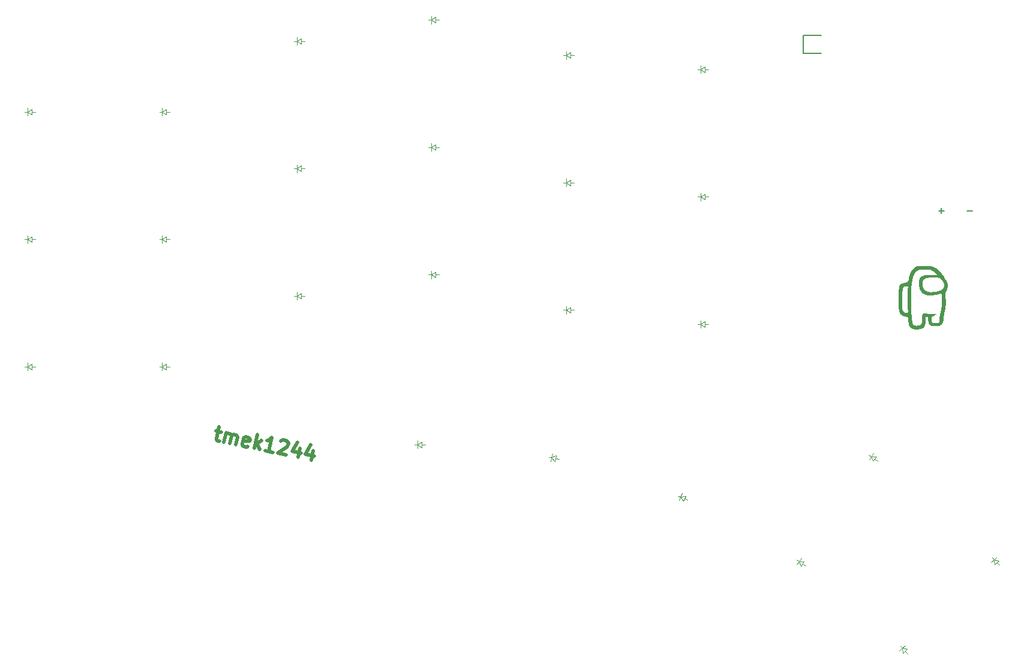
<source format=gbr>
%TF.GenerationSoftware,KiCad,Pcbnew,7.0.2-6a45011f42~172~ubuntu22.04.1*%
%TF.CreationDate,2023-05-10T23:38:50+02:00*%
%TF.ProjectId,keyboard,6b657962-6f61-4726-942e-6b696361645f,v1.0.0*%
%TF.SameCoordinates,Original*%
%TF.FileFunction,Legend,Top*%
%TF.FilePolarity,Positive*%
%FSLAX46Y46*%
G04 Gerber Fmt 4.6, Leading zero omitted, Abs format (unit mm)*
G04 Created by KiCad (PCBNEW 7.0.2-6a45011f42~172~ubuntu22.04.1) date 2023-05-10 23:38:50*
%MOMM*%
%LPD*%
G01*
G04 APERTURE LIST*
%ADD10C,0.200000*%
%ADD11C,0.000000*%
%ADD12C,0.500000*%
%ADD13C,0.150000*%
%ADD14C,0.100000*%
G04 APERTURE END LIST*
D10*
X232238095Y-82996666D02*
X233000000Y-82996666D01*
X228238095Y-82996666D02*
X229000000Y-82996666D01*
X228619047Y-83377619D02*
X228619047Y-82615714D01*
D11*
G36*
X226511762Y-90763132D02*
G01*
X226800384Y-90769169D01*
X227015738Y-90778800D01*
X227091646Y-90784829D01*
X227144086Y-90791597D01*
X227229136Y-90809044D01*
X227315270Y-90831294D01*
X227402075Y-90858108D01*
X227489139Y-90889251D01*
X227576048Y-90924485D01*
X227662390Y-90963574D01*
X227747752Y-91006280D01*
X227831721Y-91052368D01*
X227913884Y-91101599D01*
X227993828Y-91153738D01*
X228071142Y-91208547D01*
X228145411Y-91265790D01*
X228216223Y-91325229D01*
X228283166Y-91386628D01*
X228345826Y-91449750D01*
X228403790Y-91514358D01*
X228521959Y-91662032D01*
X228666969Y-91856288D01*
X228826908Y-92079679D01*
X228989868Y-92314757D01*
X229143937Y-92544076D01*
X229277204Y-92750189D01*
X229377760Y-92915648D01*
X229412049Y-92977681D01*
X229433694Y-93023007D01*
X229460967Y-93097023D01*
X229483246Y-93173308D01*
X229500559Y-93251623D01*
X229512931Y-93331729D01*
X229520389Y-93413388D01*
X229522960Y-93496360D01*
X229520671Y-93580406D01*
X229513549Y-93665289D01*
X229501620Y-93750770D01*
X229484910Y-93836608D01*
X229463447Y-93922567D01*
X229437258Y-94008407D01*
X229406368Y-94093889D01*
X229370805Y-94178774D01*
X229330595Y-94262824D01*
X229285765Y-94345801D01*
X229259561Y-94392091D01*
X229236570Y-94434137D01*
X229216684Y-94472687D01*
X229199794Y-94508490D01*
X229185790Y-94542295D01*
X229174563Y-94574850D01*
X229169958Y-94590893D01*
X229166006Y-94606904D01*
X229162694Y-94622977D01*
X229160008Y-94639205D01*
X229157935Y-94655682D01*
X229156462Y-94672502D01*
X229155257Y-94707544D01*
X229156285Y-94745078D01*
X229159438Y-94785854D01*
X229164606Y-94830621D01*
X229171680Y-94880126D01*
X229180552Y-94935119D01*
X229191112Y-94996347D01*
X229202588Y-95068311D01*
X229212865Y-95146518D01*
X229229758Y-95318467D01*
X229241657Y-95505798D01*
X229248429Y-95702117D01*
X229249940Y-95901028D01*
X229246056Y-96096136D01*
X229236642Y-96281046D01*
X229221564Y-96449362D01*
X229207092Y-96573494D01*
X229193084Y-96685153D01*
X229178281Y-96792214D01*
X229161428Y-96902551D01*
X229141267Y-97024039D01*
X229116540Y-97164552D01*
X229048360Y-97534153D01*
X229011663Y-97739702D01*
X228978856Y-97945482D01*
X228947647Y-98166769D01*
X228915748Y-98418838D01*
X228907821Y-98475981D01*
X228898120Y-98531001D01*
X228886610Y-98583966D01*
X228873258Y-98634941D01*
X228858029Y-98683993D01*
X228840889Y-98731188D01*
X228821803Y-98776593D01*
X228800738Y-98820275D01*
X228777659Y-98862299D01*
X228752532Y-98902732D01*
X228725323Y-98941642D01*
X228695998Y-98979093D01*
X228664521Y-99015153D01*
X228630860Y-99049889D01*
X228594979Y-99083366D01*
X228556845Y-99115651D01*
X228540386Y-99128658D01*
X228523354Y-99141579D01*
X228488100Y-99166846D01*
X228452143Y-99190823D01*
X228416539Y-99212880D01*
X228382349Y-99232387D01*
X228366114Y-99240987D01*
X228350629Y-99248713D01*
X228336026Y-99255486D01*
X228322438Y-99261228D01*
X228309997Y-99265859D01*
X228298835Y-99269302D01*
X228268378Y-99274646D01*
X228222981Y-99278721D01*
X228095842Y-99283311D01*
X227934354Y-99283567D01*
X227755458Y-99279986D01*
X227576092Y-99273065D01*
X227413195Y-99263301D01*
X227283705Y-99251189D01*
X227236782Y-99244407D01*
X227204562Y-99237226D01*
X227195434Y-99233971D01*
X227185346Y-99229508D01*
X227174402Y-99223915D01*
X227162707Y-99217271D01*
X227150364Y-99209655D01*
X227137479Y-99201144D01*
X227124153Y-99191817D01*
X227110492Y-99181752D01*
X227096601Y-99171029D01*
X227082581Y-99159726D01*
X227068539Y-99147921D01*
X227054577Y-99135692D01*
X227040801Y-99123119D01*
X227027313Y-99110279D01*
X227014218Y-99097252D01*
X227001620Y-99084115D01*
X226971198Y-99049856D01*
X226943111Y-99014538D01*
X226917300Y-98977968D01*
X226893707Y-98939955D01*
X226872273Y-98900307D01*
X226852939Y-98858832D01*
X226835647Y-98815339D01*
X226820338Y-98769636D01*
X226806953Y-98721531D01*
X226795434Y-98670833D01*
X226785723Y-98617350D01*
X226777760Y-98560889D01*
X226771487Y-98501260D01*
X226766845Y-98438271D01*
X226763776Y-98371730D01*
X226762221Y-98301445D01*
X226758924Y-98010403D01*
X226414966Y-98010403D01*
X226424607Y-98355382D01*
X226427068Y-98460688D01*
X226427632Y-98547704D01*
X226425802Y-98621338D01*
X226423834Y-98654670D01*
X226421081Y-98686497D01*
X226417482Y-98717432D01*
X226412974Y-98748089D01*
X226407495Y-98779082D01*
X226400984Y-98811023D01*
X226384613Y-98880205D01*
X226363365Y-98960543D01*
X226345359Y-99024392D01*
X226327395Y-99083237D01*
X226309232Y-99137437D01*
X226290631Y-99187351D01*
X226271351Y-99233337D01*
X226251149Y-99275754D01*
X226229787Y-99314959D01*
X226207023Y-99351310D01*
X226182617Y-99385167D01*
X226156327Y-99416888D01*
X226127913Y-99446830D01*
X226097134Y-99475353D01*
X226063749Y-99502814D01*
X226027519Y-99529572D01*
X225988201Y-99555986D01*
X225945555Y-99582412D01*
X225897942Y-99607086D01*
X225841156Y-99630023D01*
X225776374Y-99651107D01*
X225704775Y-99670219D01*
X225627536Y-99687241D01*
X225545836Y-99702056D01*
X225460853Y-99714545D01*
X225373765Y-99724590D01*
X225285749Y-99732074D01*
X225197984Y-99736878D01*
X225111648Y-99738885D01*
X225027919Y-99737977D01*
X224947974Y-99734036D01*
X224872993Y-99726943D01*
X224804153Y-99716582D01*
X224742632Y-99702833D01*
X224742631Y-99702833D01*
X224674792Y-99683609D01*
X224643572Y-99673964D01*
X224613924Y-99664194D01*
X224585678Y-99654219D01*
X224558663Y-99643962D01*
X224532708Y-99633344D01*
X224507642Y-99622288D01*
X224483296Y-99610714D01*
X224459497Y-99598546D01*
X224436075Y-99585704D01*
X224412860Y-99572111D01*
X224389681Y-99557688D01*
X224366367Y-99542357D01*
X224342748Y-99526041D01*
X224318652Y-99508660D01*
X224277959Y-99476993D01*
X224258890Y-99460739D01*
X224240646Y-99444133D01*
X224223205Y-99427121D01*
X224206550Y-99409650D01*
X224190658Y-99391666D01*
X224175510Y-99373116D01*
X224161085Y-99353946D01*
X224147364Y-99334103D01*
X224134326Y-99313534D01*
X224121951Y-99292184D01*
X224110219Y-99270001D01*
X224099109Y-99246930D01*
X224088601Y-99222919D01*
X224078676Y-99197914D01*
X224069312Y-99171860D01*
X224060490Y-99144706D01*
X224052189Y-99116396D01*
X224044390Y-99086879D01*
X224037071Y-99056100D01*
X224030214Y-99024005D01*
X224017800Y-98955656D01*
X224006987Y-98881403D01*
X223997612Y-98800819D01*
X223989514Y-98713476D01*
X223982532Y-98618945D01*
X223971949Y-98476660D01*
X223960183Y-98354388D01*
X223947027Y-98251101D01*
X223932270Y-98165771D01*
X223924226Y-98129520D01*
X223915703Y-98097372D01*
X223906676Y-98069201D01*
X223897118Y-98044877D01*
X223887003Y-98024272D01*
X223876304Y-98007257D01*
X223864996Y-97993705D01*
X223853053Y-97983487D01*
X223846706Y-97979491D01*
X223839279Y-97975607D01*
X223830863Y-97971855D01*
X223821552Y-97968255D01*
X223811436Y-97964828D01*
X223800608Y-97961593D01*
X223789160Y-97958571D01*
X223777185Y-97955781D01*
X223764773Y-97953245D01*
X223752018Y-97950981D01*
X223739011Y-97949010D01*
X223725845Y-97947353D01*
X223712612Y-97946029D01*
X223699403Y-97945058D01*
X223686311Y-97944461D01*
X223673427Y-97944258D01*
X223638490Y-97943200D01*
X223601809Y-97940080D01*
X223563619Y-97934979D01*
X223524158Y-97927979D01*
X223483660Y-97919161D01*
X223442363Y-97908606D01*
X223400501Y-97896395D01*
X223358311Y-97882609D01*
X223316029Y-97867329D01*
X223273890Y-97850638D01*
X223232131Y-97832615D01*
X223190988Y-97813342D01*
X223150697Y-97792901D01*
X223111493Y-97771372D01*
X223073613Y-97748837D01*
X223037293Y-97725376D01*
X223002669Y-97701264D01*
X222970815Y-97677315D01*
X222941518Y-97653182D01*
X222914566Y-97628515D01*
X222901904Y-97615871D01*
X222889750Y-97602964D01*
X222878076Y-97589748D01*
X222866856Y-97576180D01*
X222856064Y-97562217D01*
X222845674Y-97547815D01*
X222835658Y-97532930D01*
X222825992Y-97517519D01*
X222816647Y-97501538D01*
X222807598Y-97484943D01*
X222798818Y-97467691D01*
X222790282Y-97449738D01*
X222773831Y-97411554D01*
X222758034Y-97370042D01*
X222742680Y-97324854D01*
X222727557Y-97275640D01*
X222712455Y-97222050D01*
X222697160Y-97163736D01*
X222679081Y-97089214D01*
X222663004Y-97014750D01*
X222648860Y-96938657D01*
X222636580Y-96859250D01*
X222626092Y-96774841D01*
X222617328Y-96683743D01*
X222610218Y-96584271D01*
X222604693Y-96474737D01*
X222600682Y-96353455D01*
X222598116Y-96218737D01*
X222597340Y-95990446D01*
X223063314Y-95990446D01*
X223066370Y-96174132D01*
X223073297Y-96364874D01*
X223083512Y-96549909D01*
X223096433Y-96716471D01*
X223111479Y-96851797D01*
X223119616Y-96903758D01*
X223128065Y-96943123D01*
X223142801Y-96992336D01*
X223151244Y-97016037D01*
X223160405Y-97039133D01*
X223170282Y-97061625D01*
X223180875Y-97083511D01*
X223192183Y-97104791D01*
X223204205Y-97125465D01*
X223216941Y-97145532D01*
X223230391Y-97164992D01*
X223244554Y-97183844D01*
X223259429Y-97202087D01*
X223275016Y-97219722D01*
X223291314Y-97236748D01*
X223308322Y-97253164D01*
X223326041Y-97268969D01*
X223344469Y-97284164D01*
X223363606Y-97298748D01*
X223383452Y-97312720D01*
X223404005Y-97326080D01*
X223425266Y-97338828D01*
X223447233Y-97350962D01*
X223493286Y-97373390D01*
X223542159Y-97393359D01*
X223593847Y-97410866D01*
X223648346Y-97425908D01*
X223705652Y-97438480D01*
X223707694Y-97438645D01*
X223710507Y-97438517D01*
X223714041Y-97438109D01*
X223718247Y-97437433D01*
X223723075Y-97436502D01*
X223728475Y-97435329D01*
X223740791Y-97432312D01*
X223754795Y-97428483D01*
X223770090Y-97423948D01*
X223786275Y-97418809D01*
X223802952Y-97413172D01*
X223802952Y-97413171D01*
X223813534Y-97409244D01*
X223823582Y-97405012D01*
X223833100Y-97400452D01*
X223842096Y-97395538D01*
X223850577Y-97390247D01*
X223858548Y-97384553D01*
X223866016Y-97378432D01*
X223872988Y-97371860D01*
X223879470Y-97364812D01*
X223885468Y-97357263D01*
X223890990Y-97349190D01*
X223896041Y-97340567D01*
X223900628Y-97331370D01*
X223904758Y-97321575D01*
X223908436Y-97311157D01*
X223911670Y-97300092D01*
X223914466Y-97288354D01*
X223916831Y-97275920D01*
X223918770Y-97262765D01*
X223920291Y-97248865D01*
X223921399Y-97234194D01*
X223922102Y-97218729D01*
X223922406Y-97202445D01*
X223922317Y-97185318D01*
X223921842Y-97167322D01*
X223920987Y-97148434D01*
X223919759Y-97128629D01*
X223918164Y-97107882D01*
X223913900Y-97063466D01*
X223908246Y-97014989D01*
X223894769Y-96794762D01*
X223885091Y-96416047D01*
X223883170Y-96169589D01*
X224347399Y-96169589D01*
X224351804Y-96559278D01*
X224360425Y-96903805D01*
X224373516Y-97210852D01*
X224391336Y-97488103D01*
X224414139Y-97743239D01*
X224442181Y-97983944D01*
X224487179Y-98337019D01*
X224522772Y-98628586D01*
X224530535Y-98688649D01*
X224539389Y-98744751D01*
X224549399Y-98797017D01*
X224560630Y-98845575D01*
X224573151Y-98890549D01*
X224587025Y-98932066D01*
X224602320Y-98970251D01*
X224619101Y-99005229D01*
X224637434Y-99037127D01*
X224657386Y-99066071D01*
X224679022Y-99092185D01*
X224702408Y-99115597D01*
X224727612Y-99136431D01*
X224754697Y-99154814D01*
X224783731Y-99170871D01*
X224814780Y-99184728D01*
X224837486Y-99191783D01*
X224866929Y-99197762D01*
X224902226Y-99202678D01*
X224942491Y-99206543D01*
X224986841Y-99209368D01*
X225034390Y-99211167D01*
X225135546Y-99211733D01*
X225238883Y-99208338D01*
X225289157Y-99205186D01*
X225337322Y-99201081D01*
X225382494Y-99196035D01*
X225423786Y-99190059D01*
X225460316Y-99183167D01*
X225491197Y-99175371D01*
X225491197Y-99175372D01*
X225506828Y-99170429D01*
X225522417Y-99164904D01*
X225537934Y-99158814D01*
X225553349Y-99152177D01*
X225568633Y-99145012D01*
X225583756Y-99137336D01*
X225598689Y-99129168D01*
X225613401Y-99120525D01*
X225627863Y-99111426D01*
X225642046Y-99101889D01*
X225655920Y-99091931D01*
X225669455Y-99081570D01*
X225682621Y-99070826D01*
X225695390Y-99059715D01*
X225707730Y-99048255D01*
X225719614Y-99036466D01*
X225745024Y-99008756D01*
X225756842Y-98994521D01*
X225768084Y-98979955D01*
X225778762Y-98965004D01*
X225788890Y-98949609D01*
X225798478Y-98933714D01*
X225807541Y-98917263D01*
X225816089Y-98900198D01*
X225824135Y-98882464D01*
X225831691Y-98864003D01*
X225838770Y-98844758D01*
X225845385Y-98824673D01*
X225851546Y-98803692D01*
X225857267Y-98781756D01*
X225862559Y-98758811D01*
X225871909Y-98709662D01*
X225879693Y-98655791D01*
X225886010Y-98596744D01*
X225890958Y-98532068D01*
X225894636Y-98461309D01*
X225897141Y-98384013D01*
X225898572Y-98299726D01*
X225899027Y-98207994D01*
X225899761Y-98101318D01*
X225902088Y-98004822D01*
X225906200Y-97918052D01*
X225912287Y-97840553D01*
X225920539Y-97771870D01*
X225931148Y-97711547D01*
X225944302Y-97659130D01*
X225960194Y-97614162D01*
X225979013Y-97576190D01*
X225989580Y-97559684D01*
X226000950Y-97544757D01*
X226013147Y-97531351D01*
X226026195Y-97519409D01*
X226040118Y-97508874D01*
X226054940Y-97499690D01*
X226070683Y-97491800D01*
X226087373Y-97485146D01*
X226123687Y-97475320D01*
X226164070Y-97469759D01*
X226208715Y-97468006D01*
X226240140Y-97469130D01*
X226286439Y-97472349D01*
X226345384Y-97477439D01*
X226414748Y-97484173D01*
X226575821Y-97501673D01*
X226751838Y-97523043D01*
X226899004Y-97540612D01*
X227031591Y-97553401D01*
X227154891Y-97561456D01*
X227274194Y-97564823D01*
X227394791Y-97563547D01*
X227521973Y-97557676D01*
X227661032Y-97547255D01*
X227817257Y-97532330D01*
X227949548Y-97518701D01*
X227817257Y-97642893D01*
X227792896Y-97664575D01*
X227765248Y-97687100D01*
X227734855Y-97710159D01*
X227702259Y-97733441D01*
X227667999Y-97756639D01*
X227632618Y-97779443D01*
X227596657Y-97801543D01*
X227560656Y-97822631D01*
X227525157Y-97842397D01*
X227490702Y-97860533D01*
X227457830Y-97876728D01*
X227427084Y-97890673D01*
X227399004Y-97902060D01*
X227374132Y-97910579D01*
X227353009Y-97915922D01*
X227336175Y-97917778D01*
X227331371Y-97918091D01*
X227326769Y-97919039D01*
X227322366Y-97920641D01*
X227318158Y-97922919D01*
X227314142Y-97925891D01*
X227310315Y-97929578D01*
X227306674Y-97934000D01*
X227303215Y-97939177D01*
X227299935Y-97945128D01*
X227296830Y-97951875D01*
X227293898Y-97959436D01*
X227291135Y-97967833D01*
X227288538Y-97977084D01*
X227286103Y-97987211D01*
X227283827Y-97998232D01*
X227281707Y-98010169D01*
X227279740Y-98023041D01*
X227277922Y-98036868D01*
X227276250Y-98051670D01*
X227274720Y-98067467D01*
X227273330Y-98084279D01*
X227272076Y-98102127D01*
X227269963Y-98141008D01*
X227268354Y-98184270D01*
X227267224Y-98232074D01*
X227266546Y-98284579D01*
X227266292Y-98341947D01*
X227267047Y-98425327D01*
X227269825Y-98499579D01*
X227275178Y-98565220D01*
X227278993Y-98594973D01*
X227283659Y-98622766D01*
X227289245Y-98648666D01*
X227295820Y-98672736D01*
X227303453Y-98695041D01*
X227312214Y-98715646D01*
X227322170Y-98734616D01*
X227333392Y-98752014D01*
X227345949Y-98767907D01*
X227359909Y-98782358D01*
X227375341Y-98795432D01*
X227392315Y-98807194D01*
X227410900Y-98817708D01*
X227431164Y-98827040D01*
X227453177Y-98835253D01*
X227477008Y-98842413D01*
X227502725Y-98848585D01*
X227530399Y-98853832D01*
X227560097Y-98858219D01*
X227591890Y-98861812D01*
X227662033Y-98866871D01*
X227741381Y-98869528D01*
X227830486Y-98870298D01*
X227917979Y-98869500D01*
X227996030Y-98866819D01*
X228065122Y-98861822D01*
X228125736Y-98854077D01*
X228153014Y-98849040D01*
X228178354Y-98843155D01*
X228201816Y-98836367D01*
X228223460Y-98828622D01*
X228243346Y-98819867D01*
X228261535Y-98810047D01*
X228278086Y-98799109D01*
X228293061Y-98786999D01*
X228306520Y-98773662D01*
X228318522Y-98759046D01*
X228329128Y-98743095D01*
X228338399Y-98725755D01*
X228346394Y-98706974D01*
X228353174Y-98686697D01*
X228358799Y-98664870D01*
X228363330Y-98641438D01*
X228366827Y-98616349D01*
X228369349Y-98589548D01*
X228371714Y-98530595D01*
X228370906Y-98464146D01*
X228367408Y-98389772D01*
X228364608Y-98331971D01*
X228363164Y-98274556D01*
X228363113Y-98217247D01*
X228364492Y-98159768D01*
X228367340Y-98101838D01*
X228371692Y-98043181D01*
X228377588Y-97983518D01*
X228385063Y-97922571D01*
X228394155Y-97860061D01*
X228404902Y-97795710D01*
X228417340Y-97729240D01*
X228431508Y-97660373D01*
X228465181Y-97514333D01*
X228506219Y-97355366D01*
X228545508Y-97198715D01*
X228579772Y-97038533D01*
X228609082Y-96874281D01*
X228633505Y-96705421D01*
X228653112Y-96531413D01*
X228667971Y-96351718D01*
X228678153Y-96165796D01*
X228683726Y-95973110D01*
X228685582Y-95756224D01*
X228684260Y-95537296D01*
X228680132Y-95325338D01*
X228673570Y-95129362D01*
X228664949Y-94958380D01*
X228654641Y-94821404D01*
X228643018Y-94727445D01*
X228636830Y-94699413D01*
X228630453Y-94685515D01*
X228628262Y-94683682D01*
X228625580Y-94682084D01*
X228622398Y-94680725D01*
X228618704Y-94679604D01*
X228614487Y-94678726D01*
X228609736Y-94678092D01*
X228604439Y-94677704D01*
X228598587Y-94677564D01*
X228585168Y-94678037D01*
X228569391Y-94679527D01*
X228551166Y-94682051D01*
X228530405Y-94685625D01*
X228507020Y-94690266D01*
X228480920Y-94695991D01*
X228452018Y-94702816D01*
X228420224Y-94710757D01*
X228385449Y-94719832D01*
X228347605Y-94730056D01*
X228306604Y-94741446D01*
X228262355Y-94754019D01*
X228136741Y-94788551D01*
X228012434Y-94819736D01*
X227889726Y-94847550D01*
X227768913Y-94871967D01*
X227650286Y-94892965D01*
X227534141Y-94910520D01*
X227420770Y-94924608D01*
X227310467Y-94935204D01*
X227203525Y-94942285D01*
X227100238Y-94945827D01*
X227000900Y-94945807D01*
X226905805Y-94942200D01*
X226815245Y-94934982D01*
X226729514Y-94924130D01*
X226648906Y-94909619D01*
X226573715Y-94891426D01*
X226449064Y-94855377D01*
X226393593Y-94837998D01*
X226342279Y-94820846D01*
X226294817Y-94803769D01*
X226250896Y-94786614D01*
X226210209Y-94769229D01*
X226172448Y-94751460D01*
X226137305Y-94733157D01*
X226104472Y-94714166D01*
X226073640Y-94694334D01*
X226044501Y-94673510D01*
X226016747Y-94651540D01*
X225990070Y-94628273D01*
X225964162Y-94603556D01*
X225938715Y-94577237D01*
X225907262Y-94542107D01*
X225875833Y-94504331D01*
X225844602Y-94464217D01*
X225813746Y-94422071D01*
X225783438Y-94378200D01*
X225753853Y-94332913D01*
X225725166Y-94286516D01*
X225697551Y-94239315D01*
X225671184Y-94191619D01*
X225646239Y-94143735D01*
X225622891Y-94095970D01*
X225601314Y-94048630D01*
X225581684Y-94002023D01*
X225564175Y-93956457D01*
X225548961Y-93912238D01*
X225536218Y-93869673D01*
X225524718Y-93817917D01*
X225514805Y-93753370D01*
X225506474Y-93677981D01*
X225499720Y-93593697D01*
X225490920Y-93406232D01*
X225490664Y-93386227D01*
X225943732Y-93386227D01*
X225944434Y-93451616D01*
X225945336Y-93480178D01*
X225946711Y-93506466D01*
X225948638Y-93530841D01*
X225951194Y-93553662D01*
X225954459Y-93575291D01*
X225958512Y-93596089D01*
X225963431Y-93616415D01*
X225969294Y-93636631D01*
X225976181Y-93657096D01*
X225984170Y-93678173D01*
X225993339Y-93700221D01*
X226003768Y-93723600D01*
X226028719Y-93775798D01*
X226059636Y-93835072D01*
X226092802Y-93891852D01*
X226128223Y-93946146D01*
X226165906Y-93997958D01*
X226205860Y-94047294D01*
X226248089Y-94094161D01*
X226292603Y-94138565D01*
X226339408Y-94180512D01*
X226388510Y-94220007D01*
X226439917Y-94257057D01*
X226493636Y-94291667D01*
X226549674Y-94323844D01*
X226608038Y-94353593D01*
X226668735Y-94380921D01*
X226731773Y-94405834D01*
X226797157Y-94428337D01*
X226829479Y-94438056D01*
X226862292Y-94446618D01*
X226895940Y-94454033D01*
X226930768Y-94460310D01*
X226967119Y-94465460D01*
X227005337Y-94469492D01*
X227045766Y-94472417D01*
X227088751Y-94474243D01*
X227134635Y-94474982D01*
X227183763Y-94474643D01*
X227236477Y-94473236D01*
X227293124Y-94470771D01*
X227354045Y-94467258D01*
X227419586Y-94462706D01*
X227565903Y-94450529D01*
X227642840Y-94442099D01*
X227722300Y-94430586D01*
X227803697Y-94416183D01*
X227886444Y-94399082D01*
X227969957Y-94379476D01*
X228053650Y-94357559D01*
X228136935Y-94333522D01*
X228219228Y-94307559D01*
X228299943Y-94279863D01*
X228378494Y-94250626D01*
X228454294Y-94220042D01*
X228526758Y-94188303D01*
X228595301Y-94155602D01*
X228659336Y-94122132D01*
X228718277Y-94088086D01*
X228771538Y-94053656D01*
X228805450Y-94029600D01*
X228835841Y-94006303D01*
X228849774Y-93994798D01*
X228862896Y-93983314D01*
X228875230Y-93971794D01*
X228886799Y-93960183D01*
X228897625Y-93948425D01*
X228907733Y-93936462D01*
X228917144Y-93924240D01*
X228925882Y-93911701D01*
X228933969Y-93898790D01*
X228941430Y-93885449D01*
X228948286Y-93871624D01*
X228954561Y-93857258D01*
X228960277Y-93842295D01*
X228965459Y-93826678D01*
X228970127Y-93810351D01*
X228974307Y-93793258D01*
X228978020Y-93775344D01*
X228981290Y-93756550D01*
X228984139Y-93736823D01*
X228986590Y-93716104D01*
X228990393Y-93671470D01*
X228992882Y-93622199D01*
X228994240Y-93567840D01*
X228994652Y-93507944D01*
X228994211Y-93420911D01*
X228992540Y-93350179D01*
X228991080Y-93319898D01*
X228989117Y-93292458D01*
X228986586Y-93267448D01*
X228983422Y-93244457D01*
X228979560Y-93223074D01*
X228974934Y-93202886D01*
X228969480Y-93183484D01*
X228963132Y-93164455D01*
X228955825Y-93145388D01*
X228947494Y-93125872D01*
X228927499Y-93083846D01*
X228909643Y-93050798D01*
X228887905Y-93015260D01*
X228862739Y-92977731D01*
X228834597Y-92938708D01*
X228803932Y-92898691D01*
X228771197Y-92858178D01*
X228736844Y-92817668D01*
X228701327Y-92777659D01*
X228665096Y-92738650D01*
X228628606Y-92701139D01*
X228592309Y-92665624D01*
X228556657Y-92632605D01*
X228522103Y-92602579D01*
X228489100Y-92576045D01*
X228458101Y-92553503D01*
X228429558Y-92535449D01*
X228388995Y-92513286D01*
X228347667Y-92493189D01*
X228305174Y-92475099D01*
X228261117Y-92458959D01*
X228215098Y-92444712D01*
X228166717Y-92432300D01*
X228115576Y-92421666D01*
X228061275Y-92412752D01*
X228003416Y-92405501D01*
X227941599Y-92399855D01*
X227875425Y-92395756D01*
X227804496Y-92393148D01*
X227728413Y-92391972D01*
X227646776Y-92392172D01*
X227559187Y-92393689D01*
X227465246Y-92396466D01*
X227263827Y-92405273D01*
X227079728Y-92417028D01*
X226913388Y-92431670D01*
X226765244Y-92449140D01*
X226635733Y-92469379D01*
X226525294Y-92492327D01*
X226477363Y-92504798D01*
X226434364Y-92517924D01*
X226396352Y-92531699D01*
X226363381Y-92546113D01*
X226350624Y-92552673D01*
X226337023Y-92560385D01*
X226322701Y-92569152D01*
X226307779Y-92578877D01*
X226292378Y-92589464D01*
X226276620Y-92600815D01*
X226260627Y-92612833D01*
X226244521Y-92625422D01*
X226228422Y-92638484D01*
X226212454Y-92651924D01*
X226196736Y-92665644D01*
X226181392Y-92679546D01*
X226166541Y-92693536D01*
X226152307Y-92707514D01*
X226138811Y-92721385D01*
X226126174Y-92735052D01*
X226101200Y-92764125D01*
X226078381Y-92793514D01*
X226057643Y-92823484D01*
X226038913Y-92854297D01*
X226022115Y-92886220D01*
X226007177Y-92919517D01*
X225994023Y-92954451D01*
X225982580Y-92991289D01*
X225972774Y-93030293D01*
X225964531Y-93071730D01*
X225957775Y-93115862D01*
X225952435Y-93162956D01*
X225948434Y-93213274D01*
X225945699Y-93267083D01*
X225944157Y-93324645D01*
X225943732Y-93386227D01*
X225490664Y-93386227D01*
X225488364Y-93206554D01*
X225492008Y-93010241D01*
X225501809Y-92832871D01*
X225509006Y-92756158D01*
X225517725Y-92690023D01*
X225527963Y-92636414D01*
X225539713Y-92597277D01*
X225551915Y-92568320D01*
X225565035Y-92540132D01*
X225579051Y-92512739D01*
X225593940Y-92486167D01*
X225609680Y-92460445D01*
X225626250Y-92435597D01*
X225643626Y-92411653D01*
X225661788Y-92388638D01*
X225680713Y-92366579D01*
X225700378Y-92345503D01*
X225720762Y-92325438D01*
X225741843Y-92306409D01*
X225763598Y-92288444D01*
X225786005Y-92271570D01*
X225809042Y-92255813D01*
X225832688Y-92241201D01*
X225886968Y-92212835D01*
X225949835Y-92186210D01*
X226020907Y-92161375D01*
X226099803Y-92138380D01*
X226186141Y-92117272D01*
X226279540Y-92098103D01*
X226379619Y-92080920D01*
X226485996Y-92065773D01*
X226598290Y-92052712D01*
X226716119Y-92041785D01*
X226839103Y-92033041D01*
X226966859Y-92026531D01*
X227099007Y-92022302D01*
X227235164Y-92020405D01*
X227374951Y-92020888D01*
X227517985Y-92023800D01*
X227619694Y-92026265D01*
X227711315Y-92027576D01*
X227791776Y-92027757D01*
X227860008Y-92026835D01*
X227914940Y-92024835D01*
X227955502Y-92021781D01*
X227980624Y-92017701D01*
X227987060Y-92015283D01*
X227989236Y-92012618D01*
X227988015Y-92006394D01*
X227984435Y-91998348D01*
X227978620Y-91988594D01*
X227970693Y-91977244D01*
X227949000Y-91950210D01*
X227920346Y-91918148D01*
X227885720Y-91881961D01*
X227846114Y-91842551D01*
X227802517Y-91800821D01*
X227755920Y-91757675D01*
X227707312Y-91714014D01*
X227657683Y-91670742D01*
X227608024Y-91628761D01*
X227559324Y-91588974D01*
X227512574Y-91552284D01*
X227468764Y-91519594D01*
X227428884Y-91491805D01*
X227393924Y-91469822D01*
X227333721Y-91435024D01*
X227278763Y-91404365D01*
X227227615Y-91377589D01*
X227178841Y-91354436D01*
X227131006Y-91334650D01*
X227106992Y-91325938D01*
X227082674Y-91317972D01*
X227057873Y-91310718D01*
X227032409Y-91304144D01*
X227006104Y-91298218D01*
X226978777Y-91292908D01*
X226920342Y-91284007D01*
X226855667Y-91277182D01*
X226783318Y-91272176D01*
X226701860Y-91268730D01*
X226609855Y-91266587D01*
X226505870Y-91265488D01*
X226256215Y-91265394D01*
X225970782Y-91268254D01*
X225741999Y-91274841D01*
X225651550Y-91279417D01*
X225578502Y-91284788D01*
X225523933Y-91290908D01*
X225488924Y-91297732D01*
X225433665Y-91315795D01*
X225379065Y-91337923D01*
X225325232Y-91364014D01*
X225272269Y-91393968D01*
X225220282Y-91427682D01*
X225169377Y-91465054D01*
X225119659Y-91505982D01*
X225071234Y-91550365D01*
X225024206Y-91598102D01*
X224978683Y-91649089D01*
X224934768Y-91703226D01*
X224892568Y-91760411D01*
X224852188Y-91820541D01*
X224813734Y-91883516D01*
X224777310Y-91949233D01*
X224743022Y-92017590D01*
X224715227Y-92077362D01*
X224689678Y-92135719D01*
X224666109Y-92193866D01*
X224644250Y-92253004D01*
X224623836Y-92314336D01*
X224604597Y-92379065D01*
X224586267Y-92448393D01*
X224568577Y-92523523D01*
X224551259Y-92605657D01*
X224534047Y-92695999D01*
X224516673Y-92795750D01*
X224498868Y-92906113D01*
X224460897Y-93163487D01*
X224417992Y-93477742D01*
X224401777Y-93608672D01*
X224388724Y-93740115D01*
X224378356Y-93884293D01*
X224370201Y-94053428D01*
X224363784Y-94259743D01*
X224358629Y-94515460D01*
X224354263Y-94832802D01*
X224350212Y-95223992D01*
X224347399Y-96169589D01*
X223883170Y-96169589D01*
X223877182Y-95401441D01*
X223884620Y-94407747D01*
X223894126Y-94055170D01*
X223907508Y-93871535D01*
X223915127Y-93829985D01*
X223921068Y-93793376D01*
X223925009Y-93761416D01*
X223926128Y-93747088D01*
X223926626Y-93733812D01*
X223926461Y-93721552D01*
X223925594Y-93710272D01*
X223923984Y-93699934D01*
X223921591Y-93690501D01*
X223918374Y-93681938D01*
X223914292Y-93674208D01*
X223909306Y-93667274D01*
X223903375Y-93661100D01*
X223896458Y-93655648D01*
X223888514Y-93650883D01*
X223879504Y-93646767D01*
X223869387Y-93643264D01*
X223858123Y-93640338D01*
X223845670Y-93637952D01*
X223831989Y-93636069D01*
X223817040Y-93634653D01*
X223783171Y-93633073D01*
X223743742Y-93632921D01*
X223698428Y-93633903D01*
X223646905Y-93635727D01*
X223598243Y-93638119D01*
X223554163Y-93641438D01*
X223514329Y-93645902D01*
X223478403Y-93651734D01*
X223446048Y-93659152D01*
X223431104Y-93663526D01*
X223416926Y-93668379D01*
X223403472Y-93673739D01*
X223390700Y-93679634D01*
X223378568Y-93686091D01*
X223367033Y-93693137D01*
X223356053Y-93700801D01*
X223345586Y-93709110D01*
X223335590Y-93718091D01*
X223326023Y-93727772D01*
X223316842Y-93738181D01*
X223308006Y-93749344D01*
X223299472Y-93761291D01*
X223291198Y-93774047D01*
X223275261Y-93802101D01*
X223259858Y-93833727D01*
X223244651Y-93869144D01*
X223229303Y-93908574D01*
X223216260Y-93947902D01*
X223203432Y-93995261D01*
X223190900Y-94049960D01*
X223178743Y-94111309D01*
X223155871Y-94251183D01*
X223135451Y-94409351D01*
X223118118Y-94580279D01*
X223104506Y-94758433D01*
X223095251Y-94938278D01*
X223090987Y-95114282D01*
X223088351Y-95278489D01*
X223083731Y-95442770D01*
X223077778Y-95588061D01*
X223071143Y-95695299D01*
X223064711Y-95826580D01*
X223063314Y-95990446D01*
X222597340Y-95990446D01*
X222597040Y-95902250D01*
X222600907Y-95511783D01*
X222609160Y-95033841D01*
X222624078Y-94343366D01*
X222638141Y-93932226D01*
X222646139Y-93805766D01*
X222655468Y-93718369D01*
X222666644Y-93659781D01*
X222680181Y-93619744D01*
X222703296Y-93570346D01*
X222715518Y-93546927D01*
X222728215Y-93524342D01*
X222741412Y-93502573D01*
X222755131Y-93481607D01*
X222769398Y-93461425D01*
X222784237Y-93442014D01*
X222799671Y-93423357D01*
X222815725Y-93405439D01*
X222832423Y-93388243D01*
X222849788Y-93371754D01*
X222867846Y-93355957D01*
X222886619Y-93340835D01*
X222906133Y-93326373D01*
X222926411Y-93312555D01*
X222947478Y-93299365D01*
X222969357Y-93286788D01*
X222992072Y-93274808D01*
X223015648Y-93263408D01*
X223040109Y-93252574D01*
X223065479Y-93242290D01*
X223091782Y-93232540D01*
X223119041Y-93223307D01*
X223176528Y-93206334D01*
X223238133Y-93191244D01*
X223304047Y-93177912D01*
X223374464Y-93166212D01*
X223481019Y-93149035D01*
X223527349Y-93140477D01*
X223569523Y-93131748D01*
X223607896Y-93122702D01*
X223642823Y-93113196D01*
X223674661Y-93103087D01*
X223703765Y-93092229D01*
X223730491Y-93080480D01*
X223755195Y-93067694D01*
X223778233Y-93053727D01*
X223799960Y-93038437D01*
X223820733Y-93021678D01*
X223840907Y-93003307D01*
X223860837Y-92983179D01*
X223880880Y-92961150D01*
X223897964Y-92940925D01*
X223913690Y-92920551D01*
X223928183Y-92899644D01*
X223941566Y-92877822D01*
X223953962Y-92854703D01*
X223965496Y-92829905D01*
X223976290Y-92803046D01*
X223986469Y-92773742D01*
X223996156Y-92741611D01*
X224005475Y-92706271D01*
X224014550Y-92667340D01*
X224023503Y-92624435D01*
X224032460Y-92577174D01*
X224041543Y-92525174D01*
X224050876Y-92468053D01*
X224060583Y-92405429D01*
X224085910Y-92266043D01*
X224118969Y-92129626D01*
X224159394Y-91996692D01*
X224206820Y-91867752D01*
X224260883Y-91743320D01*
X224321218Y-91623910D01*
X224387459Y-91510034D01*
X224459242Y-91402205D01*
X224536201Y-91300937D01*
X224617972Y-91206742D01*
X224704189Y-91120133D01*
X224794489Y-91041625D01*
X224888505Y-90971728D01*
X224985872Y-90910958D01*
X225086227Y-90859826D01*
X225189204Y-90818846D01*
X225217751Y-90809303D01*
X225245148Y-90800874D01*
X225272565Y-90793492D01*
X225301173Y-90787086D01*
X225332144Y-90781586D01*
X225366648Y-90776925D01*
X225405856Y-90773031D01*
X225450939Y-90769837D01*
X225503067Y-90767272D01*
X225563413Y-90765267D01*
X225633146Y-90763753D01*
X225713438Y-90762660D01*
X225910382Y-90761461D01*
X226163611Y-90761116D01*
X226511762Y-90763132D01*
G37*
D12*
X126236509Y-114063310D02*
X126982587Y-114217802D01*
X126651469Y-113468427D02*
X126303863Y-115147100D01*
X126303863Y-115147100D02*
X126358499Y-115352931D01*
X126358499Y-115352931D02*
X126525707Y-115484814D01*
X126525707Y-115484814D02*
X126712226Y-115523437D01*
X127365044Y-115658617D02*
X127635404Y-114352982D01*
X127596781Y-114539501D02*
X127709352Y-114465553D01*
X127709352Y-114465553D02*
X127915183Y-114410916D01*
X127915183Y-114410916D02*
X128194962Y-114468850D01*
X128194962Y-114468850D02*
X128362170Y-114600733D01*
X128362170Y-114600733D02*
X128416807Y-114806564D01*
X128416807Y-114806564D02*
X128204381Y-115832420D01*
X128416807Y-114806564D02*
X128548689Y-114639356D01*
X128548689Y-114639356D02*
X128754520Y-114584719D01*
X128754520Y-114584719D02*
X129034299Y-114642653D01*
X129034299Y-114642653D02*
X129201507Y-114774536D01*
X129201507Y-114774536D02*
X129256144Y-114980367D01*
X129256144Y-114980367D02*
X129043718Y-116006223D01*
X130741703Y-116260569D02*
X130535872Y-116315206D01*
X130535872Y-116315206D02*
X130162834Y-116237960D01*
X130162834Y-116237960D02*
X129995626Y-116106078D01*
X129995626Y-116106078D02*
X129940989Y-115900247D01*
X129940989Y-115900247D02*
X130095481Y-115154170D01*
X130095481Y-115154170D02*
X130227363Y-114986962D01*
X130227363Y-114986962D02*
X130433194Y-114932325D01*
X130433194Y-114932325D02*
X130806233Y-115009571D01*
X130806233Y-115009571D02*
X130973441Y-115141453D01*
X130973441Y-115141453D02*
X131028077Y-115347284D01*
X131028077Y-115347284D02*
X130989454Y-115533804D01*
X130989454Y-115533804D02*
X130018235Y-115527208D01*
X131654988Y-116546944D02*
X132060529Y-114588491D01*
X131995999Y-115839489D02*
X132401066Y-116701435D01*
X132671426Y-115395800D02*
X131770857Y-115987386D01*
X134266259Y-117087664D02*
X133147143Y-116855927D01*
X133706701Y-116971795D02*
X134112242Y-115013343D01*
X134112242Y-115013343D02*
X133867788Y-115254499D01*
X133867788Y-115254499D02*
X133642646Y-115402395D01*
X133642646Y-115402395D02*
X133436815Y-115457032D01*
X135379254Y-115470222D02*
X135491825Y-115396274D01*
X135491825Y-115396274D02*
X135697656Y-115341637D01*
X135697656Y-115341637D02*
X136163954Y-115438195D01*
X136163954Y-115438195D02*
X136331162Y-115570077D01*
X136331162Y-115570077D02*
X136405110Y-115682648D01*
X136405110Y-115682648D02*
X136459747Y-115888479D01*
X136459747Y-115888479D02*
X136421124Y-116074998D01*
X136421124Y-116074998D02*
X136269930Y-116335466D01*
X136269930Y-116335466D02*
X134919077Y-117222844D01*
X134919077Y-117222844D02*
X136131452Y-117473893D01*
X138080486Y-116515864D02*
X137810126Y-117821499D01*
X137768680Y-115673230D02*
X137012710Y-116975567D01*
X137012710Y-116975567D02*
X138225085Y-117226616D01*
X139945680Y-116902093D02*
X139675319Y-118207728D01*
X139633873Y-116059459D02*
X138877903Y-117361796D01*
X138877903Y-117361796D02*
X140090278Y-117612845D01*
D13*
%TO.C,*%
%TO.C,_8*%
%TO.C,_5*%
%TO.C,_9*%
%TO.C,*%
%TO.C,_6*%
%TO.C,_4*%
%TO.C,_7*%
%TO.C,MCU1*%
D14*
%TO.C,D1*%
X99250000Y-105000000D02*
X99650000Y-105000000D01*
X99650000Y-105000000D02*
X99650000Y-104450000D01*
X99650000Y-105000000D02*
X99650000Y-105550000D01*
X99650000Y-105000000D02*
X100250000Y-104600000D01*
X100250000Y-104600000D02*
X100250000Y-105400000D01*
X100250000Y-105000000D02*
X100750000Y-105000000D01*
X100250000Y-105400000D02*
X99650000Y-105000000D01*
%TO.C,D7*%
X137250000Y-95000000D02*
X137650000Y-95000000D01*
X137650000Y-95000000D02*
X137650000Y-94450000D01*
X137650000Y-95000000D02*
X137650000Y-95550000D01*
X137650000Y-95000000D02*
X138250000Y-94600000D01*
X138250000Y-94600000D02*
X138250000Y-95400000D01*
X138250000Y-95000000D02*
X138750000Y-95000000D01*
X138250000Y-95400000D02*
X137650000Y-95000000D01*
%TO.C,D14*%
X175250000Y-79000000D02*
X175650000Y-79000000D01*
X175650000Y-79000000D02*
X175650000Y-78450000D01*
X175650000Y-79000000D02*
X175650000Y-79550000D01*
X175650000Y-79000000D02*
X176250000Y-78600000D01*
X176250000Y-78600000D02*
X176250000Y-79400000D01*
X176250000Y-79000000D02*
X176750000Y-79000000D01*
X176250000Y-79400000D02*
X175650000Y-79000000D01*
%TO.C,D21*%
X191429078Y-123258991D02*
X191797280Y-123415283D01*
X191797280Y-123415283D02*
X192012182Y-122909005D01*
X191797280Y-123415283D02*
X191582378Y-123921561D01*
X191797280Y-123415283D02*
X192505876Y-123281520D01*
X192505876Y-123281520D02*
X192193291Y-124017924D01*
X192349583Y-123649722D02*
X192809836Y-123845087D01*
X192193291Y-124017924D02*
X191797280Y-123415283D01*
%TO.C,D24*%
X222816287Y-144467950D02*
X223094151Y-144755686D01*
X223094151Y-144755686D02*
X223489787Y-144373624D01*
X223094151Y-144755686D02*
X222698514Y-145137748D01*
X223094151Y-144755686D02*
X223798682Y-144909427D01*
X223798682Y-144909427D02*
X223223210Y-145465153D01*
X223510946Y-145187290D02*
X223858275Y-145546960D01*
X223223210Y-145465153D02*
X223094151Y-144755686D01*
%TO.C,D9*%
X137250000Y-59000000D02*
X137650000Y-59000000D01*
X137650000Y-59000000D02*
X137650000Y-58450000D01*
X137650000Y-59000000D02*
X137650000Y-59550000D01*
X137650000Y-59000000D02*
X138250000Y-58600000D01*
X138250000Y-58600000D02*
X138250000Y-59400000D01*
X138250000Y-59000000D02*
X138750000Y-59000000D01*
X138250000Y-59400000D02*
X137650000Y-59000000D01*
%TO.C,D3*%
X99250000Y-69000000D02*
X99650000Y-69000000D01*
X99650000Y-69000000D02*
X99650000Y-68450000D01*
X99650000Y-69000000D02*
X99650000Y-69550000D01*
X99650000Y-69000000D02*
X100250000Y-68600000D01*
X100250000Y-68600000D02*
X100250000Y-69400000D01*
X100250000Y-69000000D02*
X100750000Y-69000000D01*
X100250000Y-69400000D02*
X99650000Y-69000000D01*
%TO.C,D23*%
X218385810Y-117448936D02*
X218715461Y-117675499D01*
X218715461Y-117675499D02*
X219026984Y-117222229D01*
X218715461Y-117675499D02*
X218403937Y-118128768D01*
X218715461Y-117675499D02*
X219436499Y-117685692D01*
X219436499Y-117685692D02*
X218983374Y-118344993D01*
X219209937Y-118015343D02*
X219622000Y-118298546D01*
X218983374Y-118344993D02*
X218715461Y-117675499D01*
%TO.C,D13*%
X175250000Y-97000000D02*
X175650000Y-97000000D01*
X175650000Y-97000000D02*
X175650000Y-96450000D01*
X175650000Y-97000000D02*
X175650000Y-97550000D01*
X175650000Y-97000000D02*
X176250000Y-96600000D01*
X176250000Y-96600000D02*
X176250000Y-97400000D01*
X176250000Y-97000000D02*
X176750000Y-97000000D01*
X176250000Y-97400000D02*
X175650000Y-97000000D01*
%TO.C,D19*%
X154250000Y-116000000D02*
X154650000Y-116000000D01*
X154650000Y-116000000D02*
X154650000Y-115450000D01*
X154650000Y-116000000D02*
X154650000Y-116550000D01*
X154650000Y-116000000D02*
X155250000Y-115600000D01*
X155250000Y-115600000D02*
X155250000Y-116400000D01*
X155250000Y-116000000D02*
X155750000Y-116000000D01*
X155250000Y-116400000D02*
X154650000Y-116000000D01*
%TO.C,D20*%
X173205010Y-117757627D02*
X173596980Y-117837374D01*
X173596980Y-117837374D02*
X173706633Y-117298416D01*
X173596980Y-117837374D02*
X173487328Y-118376333D01*
X173596980Y-117837374D02*
X174264682Y-117565025D01*
X174264682Y-117565025D02*
X174105188Y-118348965D01*
X174184935Y-117956995D02*
X174674898Y-118056679D01*
X174105188Y-118348965D02*
X173596980Y-117837374D01*
%TO.C,D10*%
X156250000Y-92000000D02*
X156650000Y-92000000D01*
X156650000Y-92000000D02*
X156650000Y-91450000D01*
X156650000Y-92000000D02*
X156650000Y-92550000D01*
X156650000Y-92000000D02*
X157250000Y-91600000D01*
X157250000Y-91600000D02*
X157250000Y-92400000D01*
X157250000Y-92000000D02*
X157750000Y-92000000D01*
X157250000Y-92400000D02*
X156650000Y-92000000D01*
%TO.C,D17*%
X194250000Y-81000000D02*
X194650000Y-81000000D01*
X194650000Y-81000000D02*
X194650000Y-80450000D01*
X194650000Y-81000000D02*
X194650000Y-81550000D01*
X194650000Y-81000000D02*
X195250000Y-80600000D01*
X195250000Y-80600000D02*
X195250000Y-81400000D01*
X195250000Y-81000000D02*
X195750000Y-81000000D01*
X195250000Y-81400000D02*
X194650000Y-81000000D01*
%TO.C,D2*%
X99250000Y-87000000D02*
X99650000Y-87000000D01*
X99650000Y-87000000D02*
X99650000Y-86450000D01*
X99650000Y-87000000D02*
X99650000Y-87550000D01*
X99650000Y-87000000D02*
X100250000Y-86600000D01*
X100250000Y-86600000D02*
X100250000Y-87400000D01*
X100250000Y-87000000D02*
X100750000Y-87000000D01*
X100250000Y-87400000D02*
X99650000Y-87000000D01*
%TO.C,D8*%
X137250000Y-77000000D02*
X137650000Y-77000000D01*
X137650000Y-77000000D02*
X137650000Y-76450000D01*
X137650000Y-77000000D02*
X137650000Y-77550000D01*
X137650000Y-77000000D02*
X138250000Y-76600000D01*
X138250000Y-76600000D02*
X138250000Y-77400000D01*
X138250000Y-77000000D02*
X138750000Y-77000000D01*
X138250000Y-77400000D02*
X137650000Y-77000000D01*
%TO.C,D5*%
X118250000Y-87000000D02*
X118650000Y-87000000D01*
X118650000Y-87000000D02*
X118650000Y-86450000D01*
X118650000Y-87000000D02*
X118650000Y-87550000D01*
X118650000Y-87000000D02*
X119250000Y-86600000D01*
X119250000Y-86600000D02*
X119250000Y-87400000D01*
X119250000Y-87000000D02*
X119750000Y-87000000D01*
X119250000Y-87400000D02*
X118650000Y-87000000D01*
%TO.C,D11*%
X156250000Y-74000000D02*
X156650000Y-74000000D01*
X156650000Y-74000000D02*
X156650000Y-73450000D01*
X156650000Y-74000000D02*
X156650000Y-74550000D01*
X156650000Y-74000000D02*
X157250000Y-73600000D01*
X157250000Y-73600000D02*
X157250000Y-74400000D01*
X157250000Y-74000000D02*
X157750000Y-74000000D01*
X157250000Y-74400000D02*
X156650000Y-74000000D01*
%TO.C,D16*%
X194250000Y-99000000D02*
X194650000Y-99000000D01*
X194650000Y-99000000D02*
X194650000Y-98450000D01*
X194650000Y-99000000D02*
X194650000Y-99550000D01*
X194650000Y-99000000D02*
X195250000Y-98600000D01*
X195250000Y-98600000D02*
X195250000Y-99400000D01*
X195250000Y-99000000D02*
X195750000Y-99000000D01*
X195250000Y-99400000D02*
X194650000Y-99000000D01*
%TO.C,D25*%
X235764403Y-131964099D02*
X236042267Y-132251835D01*
X236042267Y-132251835D02*
X236437903Y-131869773D01*
X236042267Y-132251835D02*
X235646630Y-132633897D01*
X236042267Y-132251835D02*
X236746798Y-132405576D01*
X236746798Y-132405576D02*
X236171326Y-132961302D01*
X236459062Y-132683439D02*
X236806391Y-133043109D01*
X236171326Y-132961302D02*
X236042267Y-132251835D01*
%TO.C,D12*%
X156250000Y-56000000D02*
X156650000Y-56000000D01*
X156650000Y-56000000D02*
X156650000Y-55450000D01*
X156650000Y-56000000D02*
X156650000Y-56550000D01*
X156650000Y-56000000D02*
X157250000Y-55600000D01*
X157250000Y-55600000D02*
X157250000Y-56400000D01*
X157250000Y-56000000D02*
X157750000Y-56000000D01*
X157250000Y-56400000D02*
X156650000Y-56000000D01*
%TO.C,D18*%
X194250000Y-63000000D02*
X194650000Y-63000000D01*
X194650000Y-63000000D02*
X194650000Y-62450000D01*
X194650000Y-63000000D02*
X194650000Y-63550000D01*
X194650000Y-63000000D02*
X195250000Y-62600000D01*
X195250000Y-62600000D02*
X195250000Y-63400000D01*
X195250000Y-63000000D02*
X195750000Y-63000000D01*
X195250000Y-63400000D02*
X194650000Y-63000000D01*
%TO.C,D6*%
X118250000Y-69000000D02*
X118650000Y-69000000D01*
X118650000Y-69000000D02*
X118650000Y-68450000D01*
X118650000Y-69000000D02*
X118650000Y-69550000D01*
X118650000Y-69000000D02*
X119250000Y-68600000D01*
X119250000Y-68600000D02*
X119250000Y-69400000D01*
X119250000Y-69000000D02*
X119750000Y-69000000D01*
X119250000Y-69400000D02*
X118650000Y-69000000D01*
%TO.C,D22*%
X208190498Y-132283207D02*
X208520149Y-132509770D01*
X208520149Y-132509770D02*
X208831672Y-132056500D01*
X208520149Y-132509770D02*
X208208625Y-132963039D01*
X208520149Y-132509770D02*
X209241187Y-132519963D01*
X209241187Y-132519963D02*
X208788062Y-133179264D01*
X209014625Y-132849614D02*
X209426688Y-133132817D01*
X208788062Y-133179264D02*
X208520149Y-132509770D01*
%TO.C,D4*%
X118250000Y-105000000D02*
X118650000Y-105000000D01*
X118650000Y-105000000D02*
X118650000Y-104450000D01*
X118650000Y-105000000D02*
X118650000Y-105550000D01*
X118650000Y-105000000D02*
X119250000Y-104600000D01*
X119250000Y-104600000D02*
X119250000Y-105400000D01*
X119250000Y-105000000D02*
X119750000Y-105000000D01*
X119250000Y-105400000D02*
X118650000Y-105000000D01*
D13*
%TO.C,MCU1*%
X211650000Y-58160000D02*
X209110000Y-58160000D01*
X211650000Y-60700000D02*
X209110000Y-60700000D01*
X209110000Y-60700000D02*
X209110000Y-58160000D01*
D14*
%TO.C,D15*%
X175250000Y-61000000D02*
X175650000Y-61000000D01*
X175650000Y-61000000D02*
X175650000Y-60450000D01*
X175650000Y-61000000D02*
X175650000Y-61550000D01*
X175650000Y-61000000D02*
X176250000Y-60600000D01*
X176250000Y-60600000D02*
X176250000Y-61400000D01*
X176250000Y-61000000D02*
X176750000Y-61000000D01*
X176250000Y-61400000D02*
X175650000Y-61000000D01*
%TD*%
M02*

</source>
